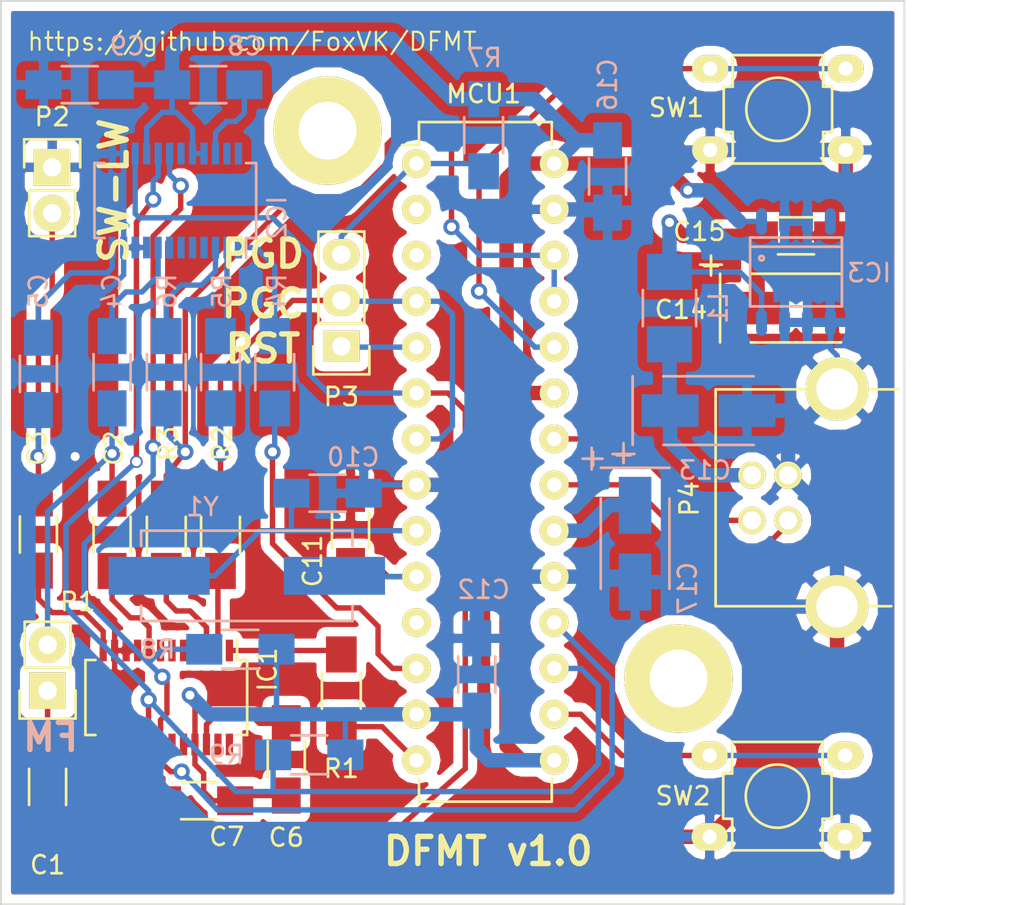
<source format=kicad_pcb>
(kicad_pcb (version 4) (host pcbnew "(2015-10-12 BZR 6264)-product")
  (title_block (title "DFMT v1.0") (date 2015-10-12) (company "VSB-TUO diploma"))
  (layers (0 F.Cu signal) (31 B.Cu signal) (36 B.SilkS user) (37 F.SilkS user) (38 B.Mask user) (39 F.Mask user) (44 Edge.Cuts user))
  (net 0 "")
  (net 1 GND)
  (net 2 "Net-(C1-Pad2)")
  (net 3 "Net-(C2-Pad1)")
  (net 4 "Net-(C2-Pad2)")
  (net 5 "Net-(C3-Pad1)")
  (net 6 "Net-(C3-Pad2)")
  (net 7 "Net-(C4-Pad2)")
  (net 8 "Net-(C5-Pad2)")
  (net 9 "Net-(C6-Pad1)")
  (net 10 VDD)
  (net 11 "Net-(C8-Pad1)")
  (net 12 "Net-(C10-Pad1)")
  (net 13 "Net-(C11-Pad1)")
  (net 14 "Net-(C13-Pad1)")
  (net 15 "Net-(C14-Pad1)")
  (net 16 "Net-(C17-Pad1)")
  (net 17 "Net-(IC1-Pad1)")
  (net 18 "Net-(IC1-Pad2)")
  (net 19 "Net-(IC1-Pad3)")
  (net 20 /RST)
  (net 21 /SCLK)
  (net 22 /SDA)
  (net 23 "Net-(IC2-Pad1)")
  (net 24 "Net-(IC2-Pad2)")
  (net 25 "Net-(IC2-Pad3)")
  (net 26 "Net-(MCU1-Pad1)")
  (net 27 "Net-(MCU1-Pad5)")
  (net 28 "Net-(MCU1-Pad16)")
  (net 29 "Net-(MCU1-Pad21)")
  (net 30 "Net-(MCU1-Pad22)")
  (net 31 "Net-(MCU1-Pad24)")
  (net 32 /DFS)
  (net 33 /DOUT_B)
  (net 34 /DOUT_A)
  (net 35 /DCLK)
  (module Capacitors_SMD:C_1206_HandSoldering (layer F.Cu) (at 75.584 210.25 90)
    (fp_text reference C1 (at -4.318 0 180) (layer F.SilkS))
    (fp_text value 100nF)
    (pad 1 smd rect (at -2 0 90) (size 2 1.6) (layers F.Cu F.Mask) (net 1 GND))
    (pad 2 smd rect (at 2 0 90) (size 2 1.6) (layers F.Cu F.Mask) (net 2 "Net-(C1-Pad2)"))
  )
  (module Capacitors_SMD:C_1206_HandSoldering (layer F.Cu) (at 79.1524 196.298 270)
    (fp_text reference C2 (at -4.798 -0.0976 270) (layer F.SilkS))
    (fp_text value 1nF)
    (pad 1 smd rect (at -2 0 270) (size 2 1.6) (layers F.Cu F.Mask) (net 3 "Net-(C2-Pad1)"))
    (pad 2 smd rect (at 2 0 270) (size 2 1.6) (layers F.Cu F.Mask) (net 4 "Net-(C2-Pad2)"))
  )
  (module Capacitors_SMD:C_1206_HandSoldering (layer F.Cu) (at 75.076 196.28 270)
    (fp_text reference C3 (at -4.78 0.076 270) (layer F.SilkS))
    (fp_text value 470nF)
    (pad 1 smd rect (at -2 0 270) (size 2 1.6) (layers F.Cu F.Mask) (net 5 "Net-(C3-Pad1)"))
    (pad 2 smd rect (at 2 0 270) (size 2 1.6) (layers F.Cu F.Mask) (net 6 "Net-(C3-Pad2)"))
  )
  (module Capacitors_SMD:C_1206_HandSoldering (layer B.Cu) (at 79.1524 187.298 90)
    (fp_text reference C4 (at 4.48 -0.0124 90) (layer B.SilkS) (effects (justify mirror)))
    (fp_text value 1nF)
    (pad 1 smd rect (at -2 0 90) (size 2 1.6) (layers B.Cu B.Mask) (net 3 "Net-(C2-Pad1)"))
    (pad 2 smd rect (at 2 0 90) (size 2 1.6) (layers B.Cu B.Mask) (net 7 "Net-(C4-Pad2)"))
  )
  (module Capacitors_SMD:C_1206_HandSoldering (layer B.Cu) (at 75.076 187.39 90)
    (fp_text reference C5 (at 4.572 0 90) (layer B.SilkS) (effects (justify mirror)))
    (fp_text value 470nF)
    (pad 1 smd rect (at -2 0 90) (size 2 1.6) (layers B.Cu B.Mask) (net 5 "Net-(C3-Pad1)"))
    (pad 2 smd rect (at 2 0 90) (size 2 1.6) (layers B.Cu B.Mask) (net 8 "Net-(C5-Pad2)"))
  )
  (module Capacitors_SMD:C_1206_HandSoldering (layer F.Cu) (at 88.792 208.726 270)
    (fp_text reference C6 (at 4.318 0 360) (layer F.SilkS))
    (fp_text value 22pF)
    (pad 1 smd rect (at -2 0 270) (size 2 1.6) (layers F.Cu F.Mask) (net 9 "Net-(C6-Pad1)"))
    (pad 2 smd rect (at 2 0 270) (size 2 1.6) (layers F.Cu F.Mask) (net 10 VDD))
  )
  (module Capacitors_SMD:C_1206_HandSoldering (layer F.Cu) (at 83.966 211.012 180)
    (fp_text reference C7 (at -1.534 -1.988 180) (layer F.SilkS))
    (fp_text value 100nF)
    (pad 1 smd rect (at -2 0 180) (size 2 1.6) (layers F.Cu F.Mask) (net 10 VDD))
    (pad 2 smd rect (at 2 0 180) (size 2 1.6) (layers F.Cu F.Mask) (net 1 GND))
  )
  (module Capacitors_SMD:C_1206_HandSoldering (layer B.Cu) (at 84.474 171.388 180)
    (fp_text reference C8 (at -2.026 2.138 180) (layer B.SilkS) (effects (justify mirror)))
    (fp_text value 22pF)
    (pad 1 smd rect (at -2 0 180) (size 2 1.6) (layers B.Cu B.Mask) (net 11 "Net-(C8-Pad1)"))
    (pad 2 smd rect (at 2 0 180) (size 2 1.6) (layers B.Cu B.Mask) (net 10 VDD))
  )
  (module Capacitors_SMD:C_1206_HandSoldering (layer B.Cu) (at 77.362 171.388 180)
    (fp_text reference C9 (at -2.638 2.138 180) (layer B.SilkS) (effects (justify mirror)))
    (fp_text value 100nF)
    (pad 1 smd rect (at -2 0 180) (size 2 1.6) (layers B.Cu B.Mask) (net 10 VDD))
    (pad 2 smd rect (at 2 0 180) (size 2 1.6) (layers B.Cu B.Mask) (net 1 GND))
  )
  (module Capacitors_SMD:C_1206_HandSoldering (layer B.Cu) (at 91.078 193.994)
    (fp_text reference C10 (at 1.422 -1.994) (layer B.SilkS) (effects (justify mirror)))
    (fp_text value 22pF)
    (pad 1 smd rect (at -2 0) (size 2 1.6) (layers B.Cu B.Mask) (net 12 "Net-(C10-Pad1)"))
    (pad 2 smd rect (at 2 0) (size 2 1.6) (layers B.Cu B.Mask) (net 1 GND))
  )
  (module Capacitors_SMD:C_1206_HandSoldering (layer F.Cu) (at 92.348 196.026 90)
    (fp_text reference C11 (at -1.724 -2.098 90) (layer F.SilkS))
    (fp_text value 22pF)
    (pad 1 smd rect (at -2 0 90) (size 2 1.6) (layers F.Cu F.Mask) (net 13 "Net-(C11-Pad1)"))
    (pad 2 smd rect (at 2 0 90) (size 2 1.6) (layers F.Cu F.Mask) (net 1 GND))
  )
  (module Capacitors_SMD:C_1206_HandSoldering (layer B.Cu) (at 99.333 204.027 90)
    (fp_text reference C12 (at 4.699 0.381 180) (layer B.SilkS) (effects (justify mirror)))
    (fp_text value 100nF)
    (pad 1 smd rect (at -2 0 90) (size 2 1.6) (layers B.Cu B.Mask) (net 10 VDD))
    (pad 2 smd rect (at 2 0 90) (size 2 1.6) (layers B.Cu B.Mask) (net 1 GND))
  )
  (module Capacitors_Tantalum_SMD:TantalC_SizeB_EIA-3528_HandSoldering (layer B.Cu) (at 112.16 189.422)
    (fp_text reference C13 (at -0.20066 3.29946) (layer B.SilkS) (effects (justify mirror)))
    (fp_text value 2.2uF)
    (fp_text user + (at -4.70154 2.4003) (layer B.SilkS) (effects (justify mirror)))
    (pad 2 smd rect (at 2.12598 0) (size 3.1496 1.80086) (layers B.Cu B.Mask) (net 1 GND))
    (pad 1 smd rect (at -2.12598 0) (size 3.1496 1.80086) (layers B.Cu B.Mask) (net 14 "Net-(C13-Pad1)"))
  )
  (module Capacitors_Tantalum_SMD:TantalC_SizeB_EIA-3528_HandSoldering (layer F.Cu) (at 117 183.75)
    (fp_text reference C14 (at -6.364 0.084) (layer F.SilkS))
    (fp_text value 2.2uF)
    (fp_text user + (at -4.70154 -2.4003) (layer F.SilkS))
    (pad 2 smd rect (at 2.12598 0) (size 3.1496 1.80086) (layers F.Cu F.Mask) (net 1 GND))
    (pad 1 smd rect (at -2.12598 0) (size 3.1496 1.80086) (layers F.Cu F.Mask) (net 15 "Net-(C14-Pad1)"))
  )
  (module Capacitors_SMD:C_1206_HandSoldering (layer F.Cu) (at 117 179.75)
    (fp_text reference C15 (at -5.348 -0.234) (layer F.SilkS))
    (fp_text value 100nF)
    (pad 1 smd rect (at -2 0) (size 2 1.6) (layers F.Cu F.Mask) (net 15 "Net-(C14-Pad1)"))
    (pad 2 smd rect (at 2 0) (size 2 1.6) (layers F.Cu F.Mask) (net 1 GND))
  )
  (module Capacitors_SMD:C_1206_HandSoldering (layer B.Cu) (at 106.572 176.468 270)
    (fp_text reference C16 (at -5.08 0 270) (layer B.SilkS) (effects (justify mirror)))
    (fp_text value 100nF)
    (pad 1 smd rect (at -2 0 270) (size 2 1.6) (layers B.Cu B.Mask) (net 10 VDD))
    (pad 2 smd rect (at 2 0 270) (size 2 1.6) (layers B.Cu B.Mask) (net 1 GND))
  )
  (module Capacitors_Tantalum_SMD:TantalC_SizeB_EIA-3528_HandSoldering (layer B.Cu) (at 108.096 196.788 270)
    (fp_text reference C17 (at 2.462 -2.904 270) (layer B.SilkS) (effects (justify mirror)))
    (fp_text value 10uF)
    (fp_text user + (at -4.70154 2.4003 270) (layer B.SilkS) (effects (justify mirror)))
    (pad 2 smd rect (at 2.12598 0 270) (size 3.1496 1.80086) (layers B.Cu B.Mask) (net 1 GND))
    (pad 1 smd rect (at -2.12598 0 270) (size 3.1496 1.80086) (layers B.Cu B.Mask) (net 16 "Net-(C17-Pad1)"))
  )
  (module Housings_SSOP:SSOP-24_3.9x8.7mm_Pitch0.635mm (layer F.Cu) (at 82.1524 205.298 270)
    (fp_text reference IC1 (at -1.548 -5.5976 270) (layer F.SilkS))
    (fp_text value SI4735-D60)
    (pad 1 smd rect (at -2.6 -3.4925 270) (size 1.2 0.4) (layers F.Cu F.Mask) (net 17 "Net-(IC1-Pad1)"))
    (pad 2 smd rect (at -2.6 -2.8575 270) (size 1.2 0.4) (layers F.Cu F.Mask) (net 18 "Net-(IC1-Pad2)"))
    (pad 3 smd rect (at -2.6 -2.2225 270) (size 1.2 0.4) (layers F.Cu F.Mask) (net 19 "Net-(IC1-Pad3)"))
    (pad 4 smd rect (at -2.6 -1.5875 270) (size 1.2 0.4) (layers F.Cu F.Mask))
    (pad 5 smd rect (at -2.6 -0.9525 270) (size 1.2 0.4) (layers F.Cu F.Mask))
    (pad 6 smd rect (at -2.6 -0.3175 270) (size 1.2 0.4) (layers F.Cu F.Mask))
    (pad 7 smd rect (at -2.6 0.3175 270) (size 1.2 0.4) (layers F.Cu F.Mask))
    (pad 8 smd rect (at -2.6 0.9525 270) (size 1.2 0.4) (layers F.Cu F.Mask) (net 4 "Net-(C2-Pad2)"))
    (pad 9 smd rect (at -2.6 1.5875 270) (size 1.2 0.4) (layers F.Cu F.Mask) (net 1 GND))
    (pad 10 smd rect (at -2.6 2.2225 270) (size 1.2 0.4) (layers F.Cu F.Mask) (net 1 GND))
    (pad 11 smd rect (at -2.6 2.8575 270) (size 1.2 0.4) (layers F.Cu F.Mask) (net 1 GND))
    (pad 12 smd rect (at -2.6 3.4925 270) (size 1.2 0.4) (layers F.Cu F.Mask) (net 6 "Net-(C3-Pad2)"))
    (pad 13 smd rect (at 2.6 3.4925 270) (size 1.2 0.4) (layers F.Cu F.Mask) (net 1 GND))
    (pad 14 smd rect (at 2.6 2.8575 270) (size 1.2 0.4) (layers F.Cu F.Mask) (net 1 GND))
    (pad 15 smd rect (at 2.6 2.2225 270) (size 1.2 0.4) (layers F.Cu F.Mask) (net 20 /RST))
    (pad 16 smd rect (at 2.6 1.5875 270) (size 1.2 0.4) (layers F.Cu F.Mask) (net 1 GND))
    (pad 17 smd rect (at 2.6 0.9525 270) (size 1.2 0.4) (layers F.Cu F.Mask) (net 21 /SCLK))
    (pad 18 smd rect (at 2.6 0.3175 270) (size 1.2 0.4) (layers F.Cu F.Mask) (net 22 /SDA))
    (pad 19 smd rect (at 2.6 -0.3175 270) (size 1.2 0.4) (layers F.Cu F.Mask))
    (pad 20 smd rect (at 2.6 -0.9525 270) (size 1.2 0.4) (layers F.Cu F.Mask) (net 10 VDD))
    (pad 21 smd rect (at 2.6 -1.5875 270) (size 1.2 0.4) (layers F.Cu F.Mask) (net 10 VDD))
    (pad 22 smd rect (at 2.6 -2.2225 270) (size 1.2 0.4) (layers F.Cu F.Mask) (net 9 "Net-(C6-Pad1)"))
    (pad 23 smd rect (at 2.6 -2.8575 270) (size 1.2 0.4) (layers F.Cu F.Mask))
    (pad 24 smd rect (at 2.6 -3.4925 270) (size 1.2 0.4) (layers F.Cu F.Mask))
  )
  (module Housings_SSOP:SSOP-24_3.9x8.7mm_Pitch0.635mm (layer B.Cu) (at 82.6524 177.798 90)
    (fp_text reference IC2 (at -0.956 5.6316 90) (layer B.SilkS) (effects (justify mirror)))
    (fp_text value SI4735-D60)
    (pad 1 smd rect (at -2.6 3.4925 90) (size 1.2 0.4) (layers B.Cu B.Mask) (net 23 "Net-(IC2-Pad1)"))
    (pad 2 smd rect (at -2.6 2.8575 90) (size 1.2 0.4) (layers B.Cu B.Mask) (net 24 "Net-(IC2-Pad2)"))
    (pad 3 smd rect (at -2.6 2.2225 90) (size 1.2 0.4) (layers B.Cu B.Mask) (net 25 "Net-(IC2-Pad3)"))
    (pad 4 smd rect (at -2.6 1.5875 90) (size 1.2 0.4) (layers B.Cu B.Mask))
    (pad 5 smd rect (at -2.6 0.9525 90) (size 1.2 0.4) (layers B.Cu B.Mask))
    (pad 6 smd rect (at -2.6 0.3175 90) (size 1.2 0.4) (layers B.Cu B.Mask))
    (pad 7 smd rect (at -2.6 -0.3175 90) (size 1.2 0.4) (layers B.Cu B.Mask))
    (pad 8 smd rect (at -2.6 -0.9525 90) (size 1.2 0.4) (layers B.Cu B.Mask) (net 7 "Net-(C4-Pad2)"))
    (pad 9 smd rect (at -2.6 -1.5875 90) (size 1.2 0.4) (layers B.Cu B.Mask) (net 1 GND))
    (pad 10 smd rect (at -2.6 -2.2225 90) (size 1.2 0.4) (layers B.Cu B.Mask) (net 1 GND))
    (pad 11 smd rect (at -2.6 -2.8575 90) (size 1.2 0.4) (layers B.Cu B.Mask) (net 1 GND))
    (pad 12 smd rect (at -2.6 -3.4925 90) (size 1.2 0.4) (layers B.Cu B.Mask) (net 8 "Net-(C5-Pad2)"))
    (pad 13 smd rect (at 2.6 -3.4925 90) (size 1.2 0.4) (layers B.Cu B.Mask) (net 1 GND))
    (pad 14 smd rect (at 2.6 -2.8575 90) (size 1.2 0.4) (layers B.Cu B.Mask) (net 1 GND))
    (pad 15 smd rect (at 2.6 -2.2225 90) (size 1.2 0.4) (layers B.Cu B.Mask) (net 20 /RST))
    (pad 16 smd rect (at 2.6 -1.5875 90) (size 1.2 0.4) (layers B.Cu B.Mask) (net 10 VDD))
    (pad 17 smd rect (at 2.6 -0.9525 90) (size 1.2 0.4) (layers B.Cu B.Mask) (net 21 /SCLK))
    (pad 18 smd rect (at 2.6 -0.3175 90) (size 1.2 0.4) (layers B.Cu B.Mask) (net 22 /SDA))
    (pad 19 smd rect (at 2.6 0.3175 90) (size 1.2 0.4) (layers B.Cu B.Mask))
    (pad 20 smd rect (at 2.6 0.9525 90) (size 1.2 0.4) (layers B.Cu B.Mask) (net 10 VDD))
    (pad 21 smd rect (at 2.6 1.5875 90) (size 1.2 0.4) (layers B.Cu B.Mask) (net 10 VDD))
    (pad 22 smd rect (at 2.6 2.2225 90) (size 1.2 0.4) (layers B.Cu B.Mask) (net 11 "Net-(C8-Pad1)"))
    (pad 23 smd rect (at 2.6 2.8575 90) (size 1.2 0.4) (layers B.Cu B.Mask))
    (pad 24 smd rect (at 2.6 3.4925 90) (size 1.2 0.4) (layers B.Cu B.Mask))
  )
  (module Power_Integrations:SO-8 (layer B.Cu) (at 117 181.75)
    (fp_text reference IC3 (at 4.05 0.052) (layer B.SilkS) (effects (justify mirror)))
    (fp_text value LE33-SMT)
    (pad 1 smd oval (at -1.905 -2.794) (size 0.6096 1.4732) (layers B.Cu B.Mask) (net 10 VDD))
    (pad 2 smd oval (at -0.635 -2.794) (size 0.6096 1.4732) (layers B.Cu B.Mask) (net 1 GND))
    (pad 3 smd oval (at 0.635 -2.794) (size 0.6096 1.4732) (layers B.Cu B.Mask) (net 1 GND))
    (pad 4 smd oval (at 1.905 -2.794) (size 0.6096 1.4732) (layers B.Cu B.Mask))
    (pad 5 smd oval (at 1.905 2.794) (size 0.6096 1.4732) (layers B.Cu B.Mask) (net 1 GND))
    (pad 6 smd oval (at 0.635 2.794) (size 0.6096 1.4732) (layers B.Cu B.Mask) (net 1 GND))
    (pad 7 smd oval (at -0.635 2.794) (size 0.6096 1.4732) (layers B.Cu B.Mask) (net 1 GND))
    (pad 8 smd oval (at -1.905 2.794) (size 0.6096 1.4732) (layers B.Cu B.Mask) (net 15 "Net-(C14-Pad1)"))
  )
  (module Resistors_SMD:R_1210_HandSoldering (layer B.Cu) (at 110 183.75 90)
    (fp_text reference L1 (at 0 2.7 90) (layer B.SilkS) (effects (justify mirror)))
    (fp_text value 10uH)
    (pad 1 smd rect (at -2 0 90) (size 2 2.5) (layers B.Cu B.Mask) (net 14 "Net-(C13-Pad1)"))
    (pad 2 smd rect (at 2 0 90) (size 2 2.5) (layers B.Cu B.Mask) (net 15 "Net-(C14-Pad1)"))
  )
  (module Housings_DIP:DIP-28_W7.62mm (layer F.Cu) (at 96 175.75)
    (fp_text reference MCU1 (at 3.714 -3.854) (layer F.SilkS))
    (fp_text value PIC32MX220F032B)
    (pad 1 thru_hole oval (at 0 0) (size 1.6 1.6) (drill 0.8) (layers *.Cu *.Mask F.SilkS) (net 26 "Net-(MCU1-Pad1)"))
    (pad 2 thru_hole oval (at 0 2.54) (size 1.6 1.6) (drill 0.8) (layers *.Cu *.Mask F.SilkS))
    (pad 3 thru_hole oval (at 0 5.08) (size 1.6 1.6) (drill 0.8) (layers *.Cu *.Mask F.SilkS))
    (pad 4 thru_hole oval (at 0 7.62) (size 1.6 1.6) (drill 0.8) (layers *.Cu *.Mask F.SilkS) (net 32 /DFS))
    (pad 5 thru_hole oval (at 0 10.16) (size 1.6 1.6) (drill 0.8) (layers *.Cu *.Mask F.SilkS) (net 27 "Net-(MCU1-Pad5)"))
    (pad 6 thru_hole oval (at 0 12.7) (size 1.6 1.6) (drill 0.8) (layers *.Cu *.Mask F.SilkS) (net 20 /RST))
    (pad 7 thru_hole oval (at 0 15.24) (size 1.6 1.6) (drill 0.8) (layers *.Cu *.Mask F.SilkS) (net 32 /DFS))
    (pad 8 thru_hole oval (at 0 17.78) (size 1.6 1.6) (drill 0.8) (layers *.Cu *.Mask F.SilkS) (net 1 GND))
    (pad 9 thru_hole oval (at 0 20.32) (size 1.6 1.6) (drill 0.8) (layers *.Cu *.Mask F.SilkS) (net 12 "Net-(C10-Pad1)"))
    (pad 10 thru_hole oval (at 0 22.86) (size 1.6 1.6) (drill 0.8) (layers *.Cu *.Mask F.SilkS) (net 13 "Net-(C11-Pad1)"))
    (pad 11 thru_hole oval (at 0 25.4) (size 1.6 1.6) (drill 0.8) (layers *.Cu *.Mask F.SilkS))
    (pad 12 thru_hole oval (at 0 27.94) (size 1.6 1.6) (drill 0.8) (layers *.Cu *.Mask F.SilkS) (net 33 /DOUT_B))
    (pad 13 thru_hole oval (at 0 30.48) (size 1.6 1.6) (drill 0.8) (layers *.Cu *.Mask F.SilkS) (net 10 VDD))
    (pad 14 thru_hole oval (at 0 33.02) (size 1.6 1.6) (drill 0.8) (layers *.Cu *.Mask F.SilkS) (net 34 /DOUT_A))
    (pad 15 thru_hole oval (at 7.62 33.02) (size 1.6 1.6) (drill 0.8) (layers *.Cu *.Mask F.SilkS) (net 10 VDD))
    (pad 16 thru_hole oval (at 7.62 30.48) (size 1.6 1.6) (drill 0.8) (layers *.Cu *.Mask F.SilkS) (net 28 "Net-(MCU1-Pad16)"))
    (pad 17 thru_hole oval (at 7.62 27.94) (size 1.6 1.6) (drill 0.8) (layers *.Cu *.Mask F.SilkS) (net 21 /SCLK))
    (pad 18 thru_hole oval (at 7.62 25.4) (size 1.6 1.6) (drill 0.8) (layers *.Cu *.Mask F.SilkS) (net 22 /SDA))
    (pad 19 thru_hole oval (at 7.62 22.86) (size 1.6 1.6) (drill 0.8) (layers *.Cu *.Mask F.SilkS) (net 1 GND))
    (pad 20 thru_hole oval (at 7.62 20.32) (size 1.6 1.6) (drill 0.8) (layers *.Cu *.Mask F.SilkS) (net 16 "Net-(C17-Pad1)"))
    (pad 21 thru_hole oval (at 7.62 17.78) (size 1.6 1.6) (drill 0.8) (layers *.Cu *.Mask F.SilkS) (net 29 "Net-(MCU1-Pad21)"))
    (pad 22 thru_hole oval (at 7.62 15.24) (size 1.6 1.6) (drill 0.8) (layers *.Cu *.Mask F.SilkS) (net 30 "Net-(MCU1-Pad22)"))
    (pad 23 thru_hole oval (at 7.62 12.7) (size 1.6 1.6) (drill 0.8) (layers *.Cu *.Mask F.SilkS) (net 10 VDD))
    (pad 24 thru_hole oval (at 7.62 10.16) (size 1.6 1.6) (drill 0.8) (layers *.Cu *.Mask F.SilkS) (net 31 "Net-(MCU1-Pad24)"))
    (pad 25 thru_hole oval (at 7.62 7.62) (size 1.6 1.6) (drill 0.8) (layers *.Cu *.Mask F.SilkS) (net 35 /DCLK))
    (pad 26 thru_hole oval (at 7.62 5.08) (size 1.6 1.6) (drill 0.8) (layers *.Cu *.Mask F.SilkS) (net 35 /DCLK))
    (pad 27 thru_hole oval (at 7.62 2.54) (size 1.6 1.6) (drill 0.8) (layers *.Cu *.Mask F.SilkS) (net 1 GND))
    (pad 28 thru_hole oval (at 7.62 0) (size 1.6 1.6) (drill 0.8) (layers *.Cu *.Mask F.SilkS) (net 10 VDD))
  )
  (module Pin_Headers:Pin_Header_Straight_1x02 (layer F.Cu) (at 75.584 204.916 180)
    (fp_text reference P1 (at -1.666 4.916 180) (layer F.SilkS))
    (fp_text value "FM ANT")
    (pad 1 thru_hole rect (at 0 0 180) (size 2.032 2.032) (drill 1.016) (layers *.Cu *.Mask F.SilkS) (net 2 "Net-(C1-Pad2)"))
    (pad 2 thru_hole oval (at 0 2.54 180) (size 2.032 2.032) (drill 1.016) (layers *.Cu *.Mask F.SilkS) (net 3 "Net-(C2-Pad1)"))
  )
  (module Pin_Headers:Pin_Header_Straight_1x02 (layer F.Cu) (at 75.838 175.96)
    (fp_text reference P2 (at 0 -2.794) (layer F.SilkS))
    (fp_text value "AM ANT")
    (pad 1 thru_hole rect (at 0 0) (size 2.032 2.032) (drill 1.016) (layers *.Cu *.Mask F.SilkS) (net 1 GND))
    (pad 2 thru_hole oval (at 0 2.54) (size 2.032 2.032) (drill 1.016) (layers *.Cu *.Mask F.SilkS) (net 5 "Net-(C3-Pad1)"))
  )
  (module Pin_Headers:Pin_Header_Straight_1x03 (layer F.Cu) (at 91.84 185.866 180)
    (fp_text reference P3 (at 0 -2.794 180) (layer F.SilkS))
    (fp_text value PROG)
    (pad 1 thru_hole rect (at 0 0 180) (size 2.032 1.7272) (drill 1.016) (layers *.Cu *.Mask F.SilkS) (net 27 "Net-(MCU1-Pad5)"))
    (pad 2 thru_hole oval (at 0 2.54 180) (size 2.032 1.7272) (drill 1.016) (layers *.Cu *.Mask F.SilkS) (net 32 /DFS))
    (pad 3 thru_hole oval (at 0 5.08 180) (size 2.032 1.7272) (drill 1.016) (layers *.Cu *.Mask F.SilkS) (net 26 "Net-(MCU1-Pad1)"))
  )
  (module Resistors_SMD:R_1206_HandSoldering (layer F.Cu) (at 91.84 204.916 270)
    (fp_text reference R1 (at 4.318 0 360) (layer F.SilkS))
    (fp_text value 5R6)
    (pad 1 smd rect (at -2 0 270) (size 2 1.7) (layers F.Cu F.Mask) (net 17 "Net-(IC1-Pad1)"))
    (pad 2 smd rect (at 2 0 270) (size 2 1.7) (layers F.Cu F.Mask) (net 34 /DOUT_A))
  )
  (module Resistors_SMD:R_1206_HandSoldering (layer F.Cu) (at 85.1524 196.298 90)
    (fp_text reference R2 (at 5.048 0.0976 90) (layer F.SilkS))
    (fp_text value 2k2)
    (pad 1 smd rect (at -2 0 90) (size 2 1.7) (layers F.Cu F.Mask) (net 18 "Net-(IC1-Pad2)"))
    (pad 2 smd rect (at 2 0 90) (size 2 1.7) (layers F.Cu F.Mask) (net 32 /DFS))
  )
  (module Resistors_SMD:R_1206_HandSoldering (layer F.Cu) (at 82.1524 196.298 90)
    (fp_text reference R3 (at 5.048 0.0976 90) (layer F.SilkS))
    (fp_text value 2k2)
    (pad 1 smd rect (at -2 0 90) (size 2 1.7) (layers F.Cu F.Mask) (net 19 "Net-(IC1-Pad3)"))
    (pad 2 smd rect (at 2 0 90) (size 2 1.7) (layers F.Cu F.Mask) (net 35 /DCLK))
  )
  (module Resistors_SMD:R_1206_HandSoldering (layer B.Cu) (at 88.1524 187.298 270)
    (fp_text reference R4 (at -4.48 -0.1316 270) (layer B.SilkS) (effects (justify mirror)))
    (fp_text value 5R6)
    (pad 1 smd rect (at -2 0 270) (size 2 1.7) (layers B.Cu B.Mask) (net 23 "Net-(IC2-Pad1)"))
    (pad 2 smd rect (at 2 0 270) (size 2 1.7) (layers B.Cu B.Mask) (net 33 /DOUT_B))
  )
  (module Resistors_SMD:R_1206_HandSoldering (layer B.Cu) (at 85.1524 187.298 270)
    (fp_text reference R5 (at -4.48 -0.0836 270) (layer B.SilkS) (effects (justify mirror)))
    (fp_text value 2k2)
    (pad 1 smd rect (at -2 0 270) (size 2 1.7) (layers B.Cu B.Mask) (net 24 "Net-(IC2-Pad2)"))
    (pad 2 smd rect (at 2 0 270) (size 2 1.7) (layers B.Cu B.Mask) (net 32 /DFS))
  )
  (module Resistors_SMD:R_1206_HandSoldering (layer B.Cu) (at 82.1524 187.298 270)
    (fp_text reference R6 (at -4.48 -0.0356 270) (layer B.SilkS) (effects (justify mirror)))
    (fp_text value 2k2)
    (pad 1 smd rect (at -2 0 270) (size 2 1.7) (layers B.Cu B.Mask) (net 25 "Net-(IC2-Pad3)"))
    (pad 2 smd rect (at 2 0 270) (size 2 1.7) (layers B.Cu B.Mask) (net 35 /DCLK))
  )
  (module Resistors_SMD:R_1206_HandSoldering (layer B.Cu) (at 99.714 174.182 270)
    (fp_text reference R7 (at -4.282 -0.036 360) (layer B.SilkS) (effects (justify mirror)))
    (fp_text value 4k7)
    (pad 1 smd rect (at -2 0 270) (size 2 1.7) (layers B.Cu B.Mask) (net 10 VDD))
    (pad 2 smd rect (at 2 0 270) (size 2 1.7) (layers B.Cu B.Mask) (net 26 "Net-(MCU1-Pad1)"))
  )
  (module Resistors_SMD:R_1206_HandSoldering (layer B.Cu) (at 86.252 202.63 180)
    (fp_text reference R8 (at 4.572 0 180) (layer B.SilkS) (effects (justify mirror)))
    (fp_text value 4k7)
    (pad 1 smd rect (at -2 0 180) (size 2 1.7) (layers B.Cu B.Mask) (net 10 VDD))
    (pad 2 smd rect (at 2 0 180) (size 2 1.7) (layers B.Cu B.Mask) (net 22 /SDA))
  )
  (module Resistors_SMD:R_1206_HandSoldering (layer B.Cu) (at 90.062 208.472 180)
    (fp_text reference R9 (at 4.572 0 180) (layer B.SilkS) (effects (justify mirror)))
    (fp_text value 4k7)
    (pad 1 smd rect (at -2 0 180) (size 2 1.7) (layers B.Cu B.Mask) (net 10 VDD))
    (pad 2 smd rect (at 2 0 180) (size 2 1.7) (layers B.Cu B.Mask) (net 21 /SCLK))
  )
  (module dfmt:button-TACT (layer F.Cu) (at 116 172.75 180)
    (fp_text reference SW1 (at 5.618 0.092 360) (layer F.SilkS))
    (fp_text value UP)
    (pad 1 thru_hole oval (at 3.75 2.25 270) (size 1.524 2) (drill 0.8) (layers *.Cu *.Mask F.SilkS) (net 31 "Net-(MCU1-Pad24)"))
    (pad 2 thru_hole oval (at 3.75 -2.25 270) (size 1.524 2) (drill 0.8) (layers *.Cu *.Mask F.SilkS) (net 1 GND))
    (pad 2 thru_hole oval (at -3.75 -2.25 270) (size 1.524 2) (drill 0.8) (layers *.Cu *.Mask F.SilkS) (net 1 GND))
    (pad 1 thru_hole oval (at -3.75 2.25 270) (size 1.524 2) (drill 0.8) (layers *.Cu *.Mask F.SilkS) (net 31 "Net-(MCU1-Pad24)"))
  )
  (module dfmt:button-TACT (layer F.Cu) (at 115.97 210.758 180)
    (fp_text reference SW2 (at 5.22 0.008 360) (layer F.SilkS))
    (fp_text value DOWN)
    (pad 1 thru_hole oval (at 3.75 2.25 270) (size 1.524 2) (drill 0.8) (layers *.Cu *.Mask F.SilkS) (net 28 "Net-(MCU1-Pad16)"))
    (pad 2 thru_hole oval (at 3.75 -2.25 270) (size 1.524 2) (drill 0.8) (layers *.Cu *.Mask F.SilkS) (net 1 GND))
    (pad 2 thru_hole oval (at -3.75 -2.25 270) (size 1.524 2) (drill 0.8) (layers *.Cu *.Mask F.SilkS) (net 1 GND))
    (pad 1 thru_hole oval (at -3.75 2.25 270) (size 1.524 2) (drill 0.8) (layers *.Cu *.Mask F.SilkS) (net 28 "Net-(MCU1-Pad16)"))
  )
  (module Crystals:Crystal_HC49-SD_SMD (layer B.Cu) (at 86.6076 198.566)
    (fp_text reference Y1 (at -2.4576 -3.816) (layer B.SilkS) (effects (justify mirror)))
    (fp_text value 8MHz)
    (pad 1 smd rect (at -4.84886 0) (size 5.6007 2.10058) (layers B.Cu B.Mask) (net 12 "Net-(C10-Pad1)"))
    (pad 2 smd rect (at 4.84886 0) (size 5.6007 2.10058) (layers B.Cu B.Mask) (net 13 "Net-(C11-Pad1)"))
  )
  (module dfmt:MountHole_3.2mm (layer F.Cu) (at 110.636 204.408)
    (fp_text reference "" hide)
    (fp_text value "")
    (pad 1 thru_hole circle (at -0.136 -0.158) (size 5.99948 5.99948) (drill 3.2) (layers *.Cu *.Mask F.SilkS))
  )
  (module dfmt:MountHole_3.2mm (layer F.Cu) (at 91.078 173.928)
    (fp_text reference "" hide)
    (fp_text value "")
    (pad 1 thru_hole circle (at 0 0) (size 5.99948 5.99948) (drill 3.2) (layers *.Cu *.Mask F.SilkS))
  )
  (module dfmt:USB20_B_F_molex_tht_kink_cuted (layer F.Cu) (at 119.272 194.248)
    (fp_text reference P4 (at -8.172 0.052 90) (layer F.SilkS))
    (fp_text value USB_B)
    (pad 5 thru_hole circle (at 0 -6.02) (size 3.5 3.5) (drill 2.3) (layers *.Cu *.Mask F.SilkS) (net 1 GND))
    (pad 4 thru_hole circle (at -2.71 -1.25) (size 1.524 1.524) (drill 1) (layers *.Cu *.Mask F.SilkS) (net 1 GND))
    (pad 1 thru_hole circle (at -4.71 -1.25) (size 1.524 1.524) (drill 1) (layers *.Cu *.Mask F.SilkS) (net 14 "Net-(C13-Pad1)"))
    (pad 2 thru_hole circle (at -4.71 1.25) (size 1.524 1.524) (drill 1) (layers *.Cu *.Mask F.SilkS) (net 30 "Net-(MCU1-Pad22)"))
    (pad 3 thru_hole circle (at -2.71 1.25) (size 1.524 1.524) (drill 1) (layers *.Cu *.Mask F.SilkS) (net 29 "Net-(MCU1-Pad21)"))
    (pad 5 thru_hole circle (at 0 6.02) (size 3.5 3.5) (drill 2.3) (layers *.Cu *.Mask F.SilkS) (net 1 GND))
  )
  (gr_text https://github.com/FoxVK/DFMT (at 86.9 169) (layer F.SilkS) (effects (font (size 1 1) (thickness 0.12))))
  (gr_text RST (at 87.5 186) (layer F.SilkS) (effects (font (size 1.5 1.5) (thickness 0.3))))
  (gr_text PGC (at 87.5 183.5) (layer F.SilkS) (effects (font (size 1.5 1.5) (thickness 0.3))))
  (gr_text PGD (at 87.5 180.75) (layer F.SilkS) (effects (font (size 1.5 1.5) (thickness 0.3))))
  (gr_text SW-LW (at 79.25 177.25 90) (layer F.SilkS) (effects (font (size 1.5 1.5) (thickness 0.3))))
  (gr_text FM (at 75.75 207.5) (layer B.SilkS) (effects (font (size 1.5 1.5) (thickness 0.3)) (justify mirror)))
  (gr_text "DFMT v1.0" (at 99.968 213.806) (layer F.SilkS) (effects (font (size 1.5 1.5) (thickness 0.3))))
  (gr_line (start 73 166.75) (end 73 216.75) (angle 90) (layer Edge.Cuts) (width 0.1))
  (gr_line (start 123 166.75) (end 73 166.75) (angle 90) (layer Edge.Cuts) (width 0.1))
  (gr_line (start 123 186.75) (end 123 166.75) (angle 90) (layer Edge.Cuts) (width 0.1))
  (gr_line (start 123 216.75) (end 123 186.75) (angle 90) (layer Edge.Cuts) (width 0.1))
  (gr_line (start 73 216.75) (end 123 216.75) (angle 90) (layer Edge.Cuts) (width 0.1))
  (segment (start 119.272 200.268) (end 119.272 204.662) (width 0.8) (layer F.Cu) (net 1))
  (segment (start 115.716 209.512) (end 112.22 213.008) (width 0.8) (layer F.Cu) (net 1))
  (segment (start 115.716 208.218) (end 115.716 209.512) (width 0.8) (layer F.Cu) (net 1))
  (segment (start 119.272 204.662) (end 115.716 208.218) (width 0.8) (layer F.Cu) (net 1))
  (segment (start 119.272 200.268) (end 115.132 200.268) (width 0.8) (layer B.Cu) (net 1))
  (segment (start 113.77798 198.91398) (end 108.096 198.91398) (width 0.8) (layer B.Cu) (net 1))
  (segment (start 115.132 200.268) (end 113.77798 198.91398) (width 0.8) (layer B.Cu) (net 1))
  (segment (start 103.62 198.61) (end 107.79202 198.61) (width 0.8) (layer B.Cu) (net 1))
  (segment (start 107.79202 198.61) (end 108.096 198.91398) (width 0.8) (layer B.Cu) (net 1))
  (segment (start 114.28598 189.422) (end 116.986 189.422) (width 0.8) (layer B.Cu) (net 1))
  (segment (start 116.986 189.422) (end 117.532 189.968) (width 0.8) (layer B.Cu) (net 1))
  (segment (start 96 193.53) (end 94.59 193.53) (width 0.3) (layer F.Cu) (net 1))
  (segment (start 94.094 194.026) (end 92.348 194.026) (width 0.3) (layer F.Cu) (net 1))
  (segment (start 94.59 193.53) (end 94.094 194.026) (width 0.3) (layer F.Cu) (net 1))
  (segment (start 79.7949 180.398) (end 79.7949 181.9091) (width 0.3) (layer B.Cu) (net 1))
  (segment (start 79.2949 201.0069) (end 79.2949 202.698) (width 0.3) (layer F.Cu) (net 1))
  (segment (start 78.124 199.836) (end 79.2949 201.0069) (width 0.3) (layer F.Cu) (net 1))
  (segment (start 77.616 199.836) (end 78.124 199.836) (width 0.3) (layer F.Cu) (net 1))
  (segment (start 77.108 199.328) (end 77.616 199.836) (width 0.3) (layer F.Cu) (net 1))
  (segment (start 77.108 191.962) (end 77.108 199.328) (width 0.8) (layer F.Cu) (net 1))
  (via (at 77.108 191.962) (size 0.9) (drill 0.5) (layers F.Cu B.Cu) (net 1))
  (segment (start 77.108 183.58) (end 77.108 191.962) (width 0.8) (layer B.Cu) (net 1))
  (segment (start 77.87 182.818) (end 77.108 183.58) (width 0.8) (layer B.Cu) (net 1))
  (segment (start 78.886 182.818) (end 77.87 182.818) (width 0.3) (layer B.Cu) (net 1))
  (segment (start 79.7949 181.9091) (end 78.886 182.818) (width 0.3) (layer B.Cu) (net 1))
  (segment (start 75.584 212.25) (end 78.092 212.25) (width 0.3) (layer F.Cu) (net 1))
  (segment (start 78.092 212.25) (end 78.124 212.282) (width 0.3) (layer F.Cu) (net 1))
  (segment (start 78.6599 207.898) (end 78.6599 209.2061) (width 0.3) (layer F.Cu) (net 1))
  (segment (start 101.02 213.008) (end 112.22 213.008) (width 0.8) (layer F.Cu) (net 1))
  (segment (start 99.206 214.822) (end 101.02 213.008) (width 0.8) (layer F.Cu) (net 1))
  (segment (start 80.664 214.822) (end 99.206 214.822) (width 0.8) (layer F.Cu) (net 1))
  (segment (start 78.124 212.282) (end 80.664 214.822) (width 0.8) (layer F.Cu) (net 1))
  (segment (start 78.124 209.742) (end 78.124 212.282) (width 0.8) (layer F.Cu) (net 1))
  (segment (start 78.6599 209.2061) (end 78.124 209.742) (width 0.3) (layer F.Cu) (net 1))
  (segment (start 75.838 175.96) (end 75.838 173.928) (width 0.3) (layer B.Cu) (net 1))
  (segment (start 75.362 173.452) (end 75.362 171.388) (width 0.3) (layer B.Cu) (net 1))
  (segment (start 75.838 173.928) (end 75.362 173.452) (width 0.3) (layer B.Cu) (net 1))
  (segment (start 80.5649 207.898) (end 80.5649 209.1349) (width 0.3) (layer F.Cu) (net 1))
  (segment (start 81.966 209.774) (end 81.966 211.012) (width 0.3) (layer F.Cu) (net 1))
  (segment (start 81.68 209.488) (end 81.966 209.774) (width 0.3) (layer F.Cu) (net 1))
  (segment (start 80.918 209.488) (end 81.68 209.488) (width 0.3) (layer F.Cu) (net 1))
  (segment (start 80.5649 209.1349) (end 80.918 209.488) (width 0.3) (layer F.Cu) (net 1))
  (segment (start 119 183.62402) (end 119.12598 183.75) (width 0.3) (layer F.Cu) (net 1))
  (segment (start 117.635 178.956) (end 117.621 178.942) (width 0.3) (layer B.Cu) (net 1))
  (segment (start 116.365 178.956) (end 117.635 178.956) (width 0.3) (layer B.Cu) (net 1))
  (segment (start 117.635 178.956) (end 117.635 184.544) (width 0.3) (layer B.Cu) (net 1))
  (segment (start 116.365 184.544) (end 117.635 184.544) (width 0.3) (layer B.Cu) (net 1))
  (segment (start 117.635 184.544) (end 118.905 184.544) (width 0.3) (layer B.Cu) (net 1))
  (segment (start 119.12598 179.87598) (end 119 179.75) (width 0.8) (layer F.Cu) (net 1))
  (segment (start 119.12598 183.75) (end 119.12598 179.87598) (width 0.8) (layer F.Cu) (net 1))
  (segment (start 96 193.53) (end 95.44 193.53) (width 0.3) (layer F.Cu) (net 1))
  (segment (start 103.798 178.468) (end 103.62 178.29) (width 0.3) (layer B.Cu) (net 1))
  (segment (start 106.394 178.29) (end 106.572 178.468) (width 0.3) (layer B.Cu) (net 1))
  (segment (start 106.394 178.29) (end 106.572 178.468) (width 0.3) (layer B.Cu) (net 1))
  (segment (start 99.377 198.61) (end 99.333 198.654) (width 0.8) (layer B.Cu) (net 1))
  (segment (start 99.333 198.654) (end 99.333 202.027) (width 0.8) (layer B.Cu) (net 1))
  (segment (start 103.62 198.61) (end 99.377 198.61) (width 0.8) (layer B.Cu) (net 1))
  (segment (start 106.394 178.29) (end 106.572 178.468) (width 0.8) (layer B.Cu) (net 1))
  (segment (start 103.62 178.29) (end 106.394 178.29) (width 0.8) (layer B.Cu) (net 1))
  (segment (start 108.128 178.468) (end 106.572 178.468) (width 0.8) (layer B.Cu) (net 1))
  (segment (start 111.596 175) (end 108.128 178.468) (width 0.8) (layer B.Cu) (net 1))
  (segment (start 112.25 175) (end 111.596 175) (width 0.8) (layer B.Cu) (net 1))
  (segment (start 116.351 175) (end 119.75 175) (width 0.8) (layer B.Cu) (net 1))
  (segment (start 112.25 175) (end 116.351 175) (width 0.8) (layer B.Cu) (net 1))
  (segment (start 116.351 177.357) (end 116.365 177.371) (width 0.3) (layer B.Cu) (net 1))
  (segment (start 116.365 177.371) (end 116.365 178.956) (width 0.3) (layer B.Cu) (net 1))
  (segment (start 116.351 175) (end 116.351 177.357) (width 0.8) (layer B.Cu) (net 1))
  (segment (start 119 177.629) (end 119.75 176.879) (width 0.8) (layer F.Cu) (net 1))
  (segment (start 119.75 176.879) (end 119.75 175) (width 0.8) (layer F.Cu) (net 1))
  (segment (start 119 179.75) (end 119 177.629) (width 0.8) (layer F.Cu) (net 1))
  (segment (start 99.377 194.292) (end 99.377 198.61) (width 0.8) (layer B.Cu) (net 1))
  (segment (start 98.615 193.53) (end 99.377 194.292) (width 0.8) (layer B.Cu) (net 1))
  (segment (start 96 193.53) (end 98.615 193.53) (width 0.8) (layer B.Cu) (net 1))
  (segment (start 95.956 193.486) (end 96 193.53) (width 0.3) (layer B.Cu) (net 1))
  (segment (start 93.542 193.53) (end 93.078 193.994) (width 0.3) (layer B.Cu) (net 1))
  (segment (start 96 193.53) (end 93.542 193.53) (width 0.3) (layer B.Cu) (net 1))
  (segment (start 78.6599 207.898) (end 79.2949 207.898) (width 0.3) (layer F.Cu) (net 1))
  (segment (start 80.156 206.186) (end 80.5649 206.5949) (width 0.3) (layer F.Cu) (net 1))
  (segment (start 79.394 206.186) (end 80.156 206.186) (width 0.3) (layer F.Cu) (net 1))
  (segment (start 79.2949 206.2851) (end 79.394 206.186) (width 0.3) (layer F.Cu) (net 1))
  (segment (start 80.5649 206.5949) (end 80.5649 207.898) (width 0.3) (layer F.Cu) (net 1))
  (segment (start 79.2949 207.898) (end 79.2949 206.2851) (width 0.3) (layer F.Cu) (net 1))
  (segment (start 79.2949 202.698) (end 79.9299 202.698) (width 0.3) (layer F.Cu) (net 1))
  (segment (start 80.5649 202.698) (end 79.9299 202.698) (width 0.3) (layer F.Cu) (net 1))
  (segment (start 79.2949 202.698) (end 79.2949 206.2851) (width 0.3) (layer F.Cu) (net 1))
  (segment (start 77.362 175.96) (end 78.124 175.198) (width 0.3) (layer B.Cu) (net 1))
  (segment (start 78.124 175.198) (end 79.1599 175.198) (width 0.3) (layer B.Cu) (net 1))
  (segment (start 75.838 175.96) (end 77.362 175.96) (width 0.3) (layer B.Cu) (net 1))
  (segment (start 79.7949 175.198) (end 79.7949 180.398) (width 0.3) (layer B.Cu) (net 1))
  (segment (start 79.1599 175.198) (end 79.7949 175.198) (width 0.3) (layer B.Cu) (net 1))
  (segment (start 80.4299 180.398) (end 81.0649 180.398) (width 0.3) (layer B.Cu) (net 1))
  (segment (start 79.7949 180.398) (end 80.4299 180.398) (width 0.3) (layer B.Cu) (net 1))
  (segment (start 119.72 213.008) (end 112.22 213.008) (width 0.3) (layer B.Cu) (net 1))
  (segment (start 116.562 190.938) (end 117.532 189.968) (width 0.8) (layer B.Cu) (net 1))
  (segment (start 117.532 189.968) (end 119.272 188.228) (width 0.8) (layer B.Cu) (net 1))
  (segment (start 116.562 192.998) (end 116.562 190.938) (width 0.8) (layer B.Cu) (net 1))
  (segment (start 119.272 195.708) (end 116.562 192.998) (width 0.8) (layer B.Cu) (net 1))
  (segment (start 119.272 200.268) (end 119.272 195.708) (width 0.8) (layer B.Cu) (net 1))
  (segment (start 119.272 188.228) (end 119.272 188.152) (width 0.8) (layer B.Cu) (net 1))
  (segment (start 118.905 186.007) (end 119.272 186.374) (width 0.3) (layer B.Cu) (net 1))
  (segment (start 119.272 186.374) (end 119.272 188.228) (width 0.3) (layer B.Cu) (net 1))
  (segment (start 118.905 184.544) (end 118.905 186.007) (width 0.3) (layer B.Cu) (net 1))
  (segment (start 75.584 208.25) (end 75.584 204.916) (width 0.3) (layer F.Cu) (net 2))
  (segment (start 75.584 202.376) (end 75.584 195.01) (width 0.3) (layer B.Cu) (net 3))
  (segment (start 79.1524 191.798) (end 79.1524 191.798) (width 0.3) (layer B.Cu) (net 3))
  (segment (start 75.584 195.01) (end 79.1524 191.798) (width 0.3) (layer B.Cu) (net 3))
  (via (at 79.1524 191.798) (size 0.9) (drill 0.5) (layers F.Cu B.Cu) (net 3))
  (segment (start 79.1524 191.798) (end 79.1524 194.298) (width 0.3) (layer F.Cu) (net 3))
  (segment (start 79.1524 189.298) (end 79.1524 191.798) (width 0.3) (layer B.Cu) (net 3))
  (segment (start 79.1524 199.873) (end 80.1704 200.891) (width 0.3) (layer F.Cu) (net 4))
  (segment (start 80.1704 200.891) (end 80.6784 200.891) (width 0.3) (layer F.Cu) (net 4))
  (segment (start 80.6784 200.891) (end 81.1999 201.4125) (width 0.3) (layer F.Cu) (net 4))
  (segment (start 81.1999 201.4125) (end 81.1999 202.698) (width 0.3) (layer F.Cu) (net 4))
  (segment (start 79.1524 198.298) (end 79.1524 199.873) (width 0.3) (layer F.Cu) (net 4))
  (segment (start 75.838 178.5) (end 75.838 182.818) (width 0.3) (layer F.Cu) (net 5))
  (segment (start 75.076 183.58) (end 75.076 191.962) (width 0.3) (layer F.Cu) (net 5))
  (segment (start 75.838 182.818) (end 75.076 183.58) (width 0.3) (layer F.Cu) (net 5))
  (segment (start 75.076 189.39) (end 75.076 191.962) (width 0.3) (layer B.Cu) (net 5))
  (segment (start 75.076 191.962) (end 75.076 194.28) (width 0.3) (layer F.Cu) (net 5))
  (via (at 75.076 191.962) (size 0.9) (drill 0.5) (layers F.Cu B.Cu) (net 5))
  (segment (start 75.076 198.28) (end 75.076 199.836) (width 0.3) (layer F.Cu) (net 6))
  (segment (start 78.6599 201.6419) (end 78.6599 202.698) (width 0.3) (layer F.Cu) (net 6))
  (segment (start 77.616 200.598) (end 78.6599 201.6419) (width 0.3) (layer F.Cu) (net 6))
  (segment (start 75.838 200.598) (end 77.616 200.598) (width 0.3) (layer F.Cu) (net 6))
  (segment (start 75.076 199.836) (end 75.838 200.598) (width 0.3) (layer F.Cu) (net 6))
  (segment (start 79.1524 183.621) (end 79.9164 182.857) (width 0.3) (layer B.Cu) (net 7))
  (segment (start 79.9164 182.857) (end 80.8054 182.857) (width 0.3) (layer B.Cu) (net 7))
  (segment (start 80.8054 182.857) (end 81.6999 181.9625) (width 0.3) (layer B.Cu) (net 7))
  (segment (start 81.6999 181.9625) (end 81.6999 180.398) (width 0.3) (layer B.Cu) (net 7))
  (segment (start 79.1524 185.298) (end 79.1524 183.621) (width 0.3) (layer B.Cu) (net 7))
  (segment (start 79.1599 180.398) (end 79.1599 181.5281) (width 0.3) (layer B.Cu) (net 8))
  (segment (start 75.076 183.58) (end 75.076 185.39) (width 0.3) (layer B.Cu) (net 8))
  (segment (start 76.854 181.802) (end 75.076 183.58) (width 0.3) (layer B.Cu) (net 8))
  (segment (start 78.886 181.802) (end 76.854 181.802) (width 0.3) (layer B.Cu) (net 8))
  (segment (start 79.1599 181.5281) (end 78.886 181.802) (width 0.3) (layer B.Cu) (net 8))
  (segment (start 88.792 206.726) (end 87.3 206.726) (width 0.3) (layer F.Cu) (net 9))
  (segment (start 84.3749 206.7931) (end 84.3749 207.898) (width 0.3) (layer F.Cu) (net 9))
  (segment (start 84.728 206.44) (end 84.3749 206.7931) (width 0.3) (layer F.Cu) (net 9))
  (segment (start 87.014 206.44) (end 84.728 206.44) (width 0.3) (layer F.Cu) (net 9))
  (segment (start 87.3 206.726) (end 87.014 206.44) (width 0.3) (layer F.Cu) (net 9))
  (segment (start 82.474 171.388) (end 82.474 169.578) (width 0.8) (layer B.Cu) (net 10))
  (segment (start 97.968 172.182) (end 99.714 172.182) (width 0.8) (layer B.Cu) (net 10))
  (segment (start 94.634 168.848) (end 97.968 172.182) (width 0.8) (layer B.Cu) (net 10))
  (segment (start 83.204 168.848) (end 94.634 168.848) (width 0.8) (layer B.Cu) (net 10))
  (segment (start 82.474 169.578) (end 83.204 168.848) (width 0.8) (layer B.Cu) (net 10))
  (segment (start 99.714 172.182) (end 102.54 172.182) (width 0.8) (layer B.Cu) (net 10))
  (segment (start 102.54 172.182) (end 104.864 174.506) (width 0.8) (layer B.Cu) (net 10))
  (segment (start 88.252 202.63) (end 88.252 206.23) (width 0.3) (layer B.Cu) (net 10))
  (segment (start 88.284 206.186) (end 88.284 206.23) (width 0.3) (layer B.Cu) (net 10))
  (segment (start 88.284 206.198) (end 88.284 206.186) (width 0.3) (layer B.Cu) (net 10))
  (segment (start 88.252 206.23) (end 88.284 206.198) (width 0.3) (layer B.Cu) (net 10))
  (segment (start 92.062 208.472) (end 92.062 206.23) (width 0.3) (layer B.Cu) (net 10))
  (segment (start 92.094 206.186) (end 92.094 206.23) (width 0.3) (layer B.Cu) (net 10))
  (segment (start 92.094 206.198) (end 92.094 206.186) (width 0.3) (layer B.Cu) (net 10))
  (segment (start 92.062 206.23) (end 92.094 206.198) (width 0.3) (layer B.Cu) (net 10))
  (segment (start 103.62 188.45) (end 100.984 188.45) (width 0.8) (layer F.Cu) (net 10))
  (segment (start 100.984 188.45) (end 100.984 188.406) (width 0.8) (layer F.Cu) (net 10))
  (segment (start 88.792 210.726) (end 86.252 210.726) (width 0.3) (layer F.Cu) (net 10))
  (segment (start 86.252 210.726) (end 85.966 211.012) (width 0.3) (layer F.Cu) (net 10))
  (segment (start 82.474 171.388) (end 82.474 172.912) (width 0.3) (layer B.Cu) (net 10))
  (segment (start 82.474 172.912) (end 82.442 172.912) (width 0.3) (layer B.Cu) (net 10))
  (segment (start 81.0649 175.198) (end 81.0649 173.7811) (width 0.3) (layer B.Cu) (net 10))
  (segment (start 81.0649 173.7811) (end 81.934 172.912) (width 0.3) (layer B.Cu) (net 10))
  (segment (start 81.934 172.912) (end 82.442 172.912) (width 0.3) (layer B.Cu) (net 10))
  (segment (start 82.442 172.912) (end 82.696 172.912) (width 0.3) (layer B.Cu) (net 10))
  (segment (start 83.6049 173.8209) (end 83.6049 175.198) (width 0.3) (layer B.Cu) (net 10))
  (segment (start 82.696 172.912) (end 83.6049 173.8209) (width 0.3) (layer B.Cu) (net 10))
  (segment (start 79.362 171.388) (end 82.474 171.388) (width 0.3) (layer B.Cu) (net 10))
  (segment (start 82.474 171.388) (end 82.696 171.61) (width 0.3) (layer B.Cu) (net 10))
  (segment (start 83.7399 207.898) (end 83.7399 209.0079) (width 0.3) (layer F.Cu) (net 10))
  (segment (start 84.728 211.012) (end 85.966 211.012) (width 0.3) (layer F.Cu) (net 10))
  (segment (start 84.22 210.504) (end 84.728 211.012) (width 0.3) (layer F.Cu) (net 10))
  (segment (start 84.22 209.488) (end 84.22 210.504) (width 0.3) (layer F.Cu) (net 10))
  (segment (start 83.7399 209.0079) (end 84.22 209.488) (width 0.3) (layer F.Cu) (net 10))
  (segment (start 99.13 206.23) (end 99.333 206.027) (width 0.8) (layer B.Cu) (net 10))
  (segment (start 96 206.23) (end 99.13 206.23) (width 0.8) (layer B.Cu) (net 10))
  (segment (start 99.333 208.091) (end 99.333 206.027) (width 0.8) (layer B.Cu) (net 10))
  (segment (start 100.012 208.77) (end 99.333 208.091) (width 0.8) (layer B.Cu) (net 10))
  (segment (start 103.62 208.77) (end 100.012 208.77) (width 0.8) (layer B.Cu) (net 10))
  (segment (start 104.902 174.468) (end 104.864 174.506) (width 0.8) (layer B.Cu) (net 10))
  (segment (start 104.864 174.506) (end 103.62 175.75) (width 0.8) (layer B.Cu) (net 10))
  (segment (start 106.572 174.468) (end 104.902 174.468) (width 0.8) (layer B.Cu) (net 10))
  (segment (start 113.863 178.956) (end 112.137 177.23) (width 0.8) (layer B.Cu) (net 10))
  (segment (start 112.137 177.23) (end 111.017 177.23) (width 0.8) (layer B.Cu) (net 10))
  (via (at 111.017 177.23) (size 0.9) (drill 0.5) (layers F.Cu B.Cu) (net 10))
  (segment (start 111.017 177.23) (end 109.537 175.75) (width 0.8) (layer F.Cu) (net 10))
  (segment (start 109.537 175.75) (end 103.62 175.75) (width 0.8) (layer F.Cu) (net 10))
  (segment (start 115.095 178.956) (end 113.863 178.956) (width 0.3) (layer B.Cu) (net 10))
  (segment (start 101.829 175.75) (end 100.984 176.595) (width 0.8) (layer F.Cu) (net 10))
  (segment (start 100.984 176.595) (end 100.984 188.406) (width 0.8) (layer F.Cu) (net 10))
  (segment (start 100.984 188.406) (end 100.984 207.964) (width 0.8) (layer F.Cu) (net 10))
  (segment (start 100.984 207.964) (end 101.79 208.77) (width 0.8) (layer F.Cu) (net 10))
  (segment (start 101.79 208.77) (end 103.62 208.77) (width 0.8) (layer F.Cu) (net 10))
  (segment (start 103.62 175.75) (end 101.829 175.75) (width 0.8) (layer F.Cu) (net 10))
  (segment (start 83.6049 175.198) (end 84.2399 175.198) (width 0.3) (layer B.Cu) (net 10))
  (segment (start 83.7399 207.898) (end 83.1049 207.898) (width 0.3) (layer F.Cu) (net 10))
  (segment (start 84.518 206.23) (end 83.458 205.17) (width 0.8) (layer B.Cu) (net 10))
  (via (at 83.458 205.17) (size 0.9) (drill 0.5) (layers F.Cu B.Cu) (net 10))
  (segment (start 83.458 205.17) (end 83.7399 205.4519) (width 0.3) (layer F.Cu) (net 10))
  (segment (start 83.7399 205.4519) (end 83.7399 207.898) (width 0.3) (layer F.Cu) (net 10))
  (segment (start 96 206.23) (end 92.094 206.23) (width 0.8) (layer B.Cu) (net 10))
  (segment (start 92.094 206.23) (end 88.284 206.23) (width 0.8) (layer B.Cu) (net 10))
  (segment (start 88.284 206.23) (end 84.518 206.23) (width 0.8) (layer B.Cu) (net 10))
  (segment (start 84.8749 175.198) (end 84.8749 174.0351) (width 0.3) (layer B.Cu) (net 11))
  (segment (start 86.474 172.944) (end 86.474 171.388) (width 0.3) (layer B.Cu) (net 11))
  (segment (start 85.998 173.42) (end 86.474 172.944) (width 0.3) (layer B.Cu) (net 11))
  (segment (start 85.49 173.42) (end 85.998 173.42) (width 0.3) (layer B.Cu) (net 11))
  (segment (start 84.8749 174.0351) (end 85.49 173.42) (width 0.3) (layer B.Cu) (net 11))
  (segment (start 84.8296 198.566) (end 87.3256 196.07) (width 0.3) (layer B.Cu) (net 12))
  (segment (start 89.2492 196.07) (end 96 196.07) (width 0.3) (layer B.Cu) (net 12))
  (segment (start 89.1544 196.07) (end 89.2492 196.07) (width 0.3) (layer B.Cu) (net 12))
  (segment (start 87.3256 196.07) (end 89.1544 196.07) (width 0.3) (layer B.Cu) (net 12))
  (segment (start 81.75874 198.566) (end 84.8296 198.566) (width 0.3) (layer B.Cu) (net 12))
  (segment (start 89.078 195.9936) (end 89.1544 196.07) (width 0.3) (layer B.Cu) (net 12))
  (segment (start 89.078 193.994) (end 89.078 195.9936) (width 0.3) (layer B.Cu) (net 12))
  (segment (start 96 198.61) (end 91.50046 198.61) (width 0.3) (layer B.Cu) (net 13))
  (segment (start 91.50046 198.61) (end 91.45646 198.566) (width 0.3) (layer B.Cu) (net 13))
  (segment (start 96 198.61) (end 94.424 198.61) (width 0.3) (layer F.Cu) (net 13))
  (segment (start 93.84 198.026) (end 92.348 198.026) (width 0.3) (layer F.Cu) (net 13))
  (segment (start 94.424 198.61) (end 93.84 198.026) (width 0.3) (layer F.Cu) (net 13))
  (segment (start 89.5352 198.9148) (end 89.5284 198.9216) (width 0.3) (layer B.Cu) (net 13))
  (segment (start 89.5284 198.9216) (end 89.4524 198.9216) (width 0.3) (layer B.Cu) (net 13))
  (segment (start 89.4524 198.9216) (end 89.4524 198.9148) (width 0.3) (layer B.Cu) (net 13))
  (segment (start 114.562 192.998) (end 111.926 192.998) (width 0.8) (layer B.Cu) (net 14))
  (segment (start 110.03402 191.10602) (end 110.03402 189.422) (width 0.8) (layer B.Cu) (net 14))
  (segment (start 111.926 192.998) (end 110.03402 191.10602) (width 0.8) (layer B.Cu) (net 14))
  (segment (start 110 185.75) (end 110 189.38798) (width 0.8) (layer B.Cu) (net 14))
  (segment (start 110 189.38798) (end 110.03402 189.422) (width 0.8) (layer B.Cu) (net 14))
  (segment (start 115.095 184.544) (end 115.095 182.959) (width 0.3) (layer B.Cu) (net 15))
  (segment (start 113.886 181.75) (end 110 181.75) (width 0.3) (layer B.Cu) (net 15))
  (segment (start 115.095 182.959) (end 113.886 181.75) (width 0.3) (layer B.Cu) (net 15))
  (segment (start 115 183.62402) (end 114.87402 183.75) (width 0.3) (layer F.Cu) (net 15))
  (segment (start 110.743 179.75) (end 110.001 179.008) (width 0.8) (layer F.Cu) (net 15))
  (via (at 110.001 179.008) (size 0.9) (drill 0.5) (layers F.Cu B.Cu) (net 15))
  (segment (start 110.001 179.008) (end 110 179.009) (width 0.8) (layer B.Cu) (net 15))
  (segment (start 110 179.009) (end 110 181.75) (width 0.8) (layer B.Cu) (net 15))
  (segment (start 115 179.75) (end 110.743 179.75) (width 0.8) (layer F.Cu) (net 15))
  (segment (start 114.87402 179.87598) (end 115 179.75) (width 0.8) (layer F.Cu) (net 15))
  (segment (start 114.87402 183.75) (end 114.87402 179.87598) (width 0.8) (layer F.Cu) (net 15))
  (segment (start 103.62 196.07) (end 105.258 196.07) (width 0.8) (layer B.Cu) (net 16))
  (segment (start 106.66598 194.66202) (end 108.096 194.66202) (width 0.8) (layer B.Cu) (net 16))
  (segment (start 105.258 196.07) (end 106.66598 194.66202) (width 0.8) (layer B.Cu) (net 16))
  (segment (start 85.6449 202.698) (end 91.622 202.698) (width 0.3) (layer F.Cu) (net 17))
  (segment (start 91.622 202.698) (end 91.84 202.916) (width 0.3) (layer F.Cu) (net 17))
  (segment (start 85.0099 198.4405) (end 85.1524 198.298) (width 0.3) (layer F.Cu) (net 18))
  (segment (start 85.0099 202.698) (end 85.0099 198.4405) (width 0.3) (layer F.Cu) (net 18))
  (segment (start 84.3749 201.4125) (end 83.4724 200.51) (width 0.3) (layer F.Cu) (net 19))
  (segment (start 83.4724 200.51) (end 82.7104 200.51) (width 0.3) (layer F.Cu) (net 19))
  (segment (start 82.7104 200.51) (end 82.1524 199.952) (width 0.3) (layer F.Cu) (net 19))
  (segment (start 82.1524 199.952) (end 82.1524 198.298) (width 0.3) (layer F.Cu) (net 19))
  (segment (start 84.3749 202.698) (end 84.3749 201.4125) (width 0.3) (layer F.Cu) (net 19))
  (segment (start 80.4299 175.198) (end 80.4299 178.5199) (width 0.3) (layer B.Cu) (net 20))
  (segment (start 91.122 188.45) (end 96 188.45) (width 0.3) (layer B.Cu) (net 20))
  (segment (start 90.062 187.39) (end 91.122 188.45) (width 0.3) (layer B.Cu) (net 20))
  (segment (start 90.062 180.786) (end 90.062 187.39) (width 0.3) (layer B.Cu) (net 20))
  (segment (start 88.03 178.754) (end 90.062 180.786) (width 0.3) (layer B.Cu) (net 20))
  (segment (start 80.664 178.754) (end 88.03 178.754) (width 0.3) (layer B.Cu) (net 20))
  (segment (start 80.4299 178.5199) (end 80.664 178.754) (width 0.3) (layer B.Cu) (net 20))
  (segment (start 79.903528 212.282009) (end 80.918 213.298) (width 0.3) (layer F.Cu) (net 20))
  (segment (start 80.918 213.298) (end 94.126 213.298) (width 0.3) (layer F.Cu) (net 20))
  (segment (start 94.126 213.298) (end 98.698 209.234) (width 0.3) (layer F.Cu) (net 20))
  (segment (start 98.698 209.234) (end 98.698 189.422) (width 0.3) (layer F.Cu) (net 20))
  (segment (start 98.698 189.422) (end 97.726 188.45) (width 0.3) (layer F.Cu) (net 20))
  (segment (start 97.726 188.45) (end 96 188.45) (width 0.3) (layer F.Cu) (net 20))
  (segment (start 79.9299 207.898) (end 79.903528 212.282009) (width 0.3) (layer F.Cu) (net 20))
  (segment (start 88.062 208.472) (end 88.062 210.504) (width 0.3) (layer B.Cu) (net 21))
  (segment (start 88.062 210.504) (end 88.03 210.504) (width 0.3) (layer B.Cu) (net 21))
  (segment (start 81.426 177.738) (end 81.426 176.722) (width 0.3) (layer B.Cu) (net 21))
  (segment (start 81.6999 176.4481) (end 81.6999 175.198) (width 0.3) (layer B.Cu) (net 21))
  (segment (start 81.426 176.722) (end 81.6999 176.4481) (width 0.3) (layer B.Cu) (net 21))
  (segment (start 81.172 204.916) (end 81.172 205.424) (width 0.3) (layer B.Cu) (net 21))
  (via (at 81.426 177.738) (size 0.9) (drill 0.5) (layers F.Cu B.Cu) (net 21))
  (segment (start 81.426 177.738) (end 80.5 179) (width 0.3) (layer F.Cu) (net 21))
  (segment (start 80.5 179) (end 80.5 192.25) (width 0.3) (layer F.Cu) (net 21))
  (via (at 80.5 192.25) (size 0.7) (drill 0.5) (layers F.Cu B.Cu) (net 21))
  (segment (start 80.5 192.25) (end 76.6 195.772) (width 0.3) (layer B.Cu) (net 21))
  (segment (start 76.6 195.772) (end 76.6 200.344) (width 0.3) (layer B.Cu) (net 21))
  (segment (start 76.6 200.344) (end 81.172 204.916) (width 0.3) (layer B.Cu) (net 21))
  (segment (start 103.62 203.69) (end 105.092 203.69) (width 0.3) (layer B.Cu) (net 21))
  (segment (start 81.172 206.694) (end 81.1999 207.898) (width 0.3) (layer F.Cu) (net 21))
  (segment (start 81.172 205.424) (end 81.172 206.694) (width 0.3) (layer F.Cu) (net 21))
  (via (at 81.172 205.424) (size 0.9) (drill 0.5) (layers F.Cu B.Cu) (net 21))
  (segment (start 85.998 210.504) (end 81.172 205.424) (width 0.3) (layer B.Cu) (net 21))
  (segment (start 104.54 210.504) (end 88.03 210.504) (width 0.3) (layer B.Cu) (net 21))
  (segment (start 88.03 210.504) (end 85.998 210.504) (width 0.3) (layer B.Cu) (net 21))
  (segment (start 106.064 208.98) (end 104.54 210.504) (width 0.3) (layer B.Cu) (net 21))
  (segment (start 106.064 204.662) (end 106.064 208.98) (width 0.3) (layer B.Cu) (net 21))
  (segment (start 105.092 203.69) (end 106.064 204.662) (width 0.3) (layer B.Cu) (net 21))
  (segment (start 81.172 203.392) (end 81.934 202.63) (width 0.3) (layer B.Cu) (net 22))
  (segment (start 81.934 202.63) (end 84.252 202.63) (width 0.3) (layer B.Cu) (net 22))
  (segment (start 81.8349 206.5391) (end 81.8349 207.898) (width 0.3) (layer F.Cu) (net 22))
  (via (at 82.95 176.976) (size 0.9) (drill 0.5) (layers F.Cu B.Cu) (net 22))
  (segment (start 82.95 176.976) (end 82.95 178.246) (width 0.3) (layer F.Cu) (net 22))
  (segment (start 82.95 178.246) (end 81.426 179.77) (width 0.3) (layer F.Cu) (net 22))
  (segment (start 81.426 179.77) (end 81.426 191.454) (width 0.3) (layer F.Cu) (net 22))
  (via (at 81.426 191.454) (size 0.9) (drill 0.5) (layers F.Cu B.Cu) (net 22))
  (segment (start 81.426 191.454) (end 81.426 192.978) (width 0.3) (layer B.Cu) (net 22))
  (segment (start 81.426 192.978) (end 77.616 196.788) (width 0.3) (layer B.Cu) (net 22))
  (segment (start 77.616 196.788) (end 77.616 199.836) (width 0.3) (layer B.Cu) (net 22))
  (segment (start 77.616 199.836) (end 81.172 203.392) (width 0.3) (layer B.Cu) (net 22))
  (segment (start 81.172 203.392) (end 81.934 204.154) (width 0.3) (layer B.Cu) (net 22))
  (via (at 81.934 204.154) (size 0.9) (drill 0.5) (layers F.Cu B.Cu) (net 22))
  (segment (start 81.934 204.154) (end 82.188 204.408) (width 0.3) (layer F.Cu) (net 22))
  (segment (start 82.188 204.408) (end 82.188 206.186) (width 0.3) (layer F.Cu) (net 22))
  (segment (start 82.188 206.186) (end 81.8349 206.5391) (width 0.3) (layer F.Cu) (net 22))
  (segment (start 82.3349 175.198) (end 82.3349 176.3609) (width 0.3) (layer B.Cu) (net 22))
  (segment (start 82.3349 176.3609) (end 82.95 176.976) (width 0.3) (layer B.Cu) (net 22))
  (segment (start 81.8349 207.898) (end 81.8349 208.8809) (width 0.3) (layer F.Cu) (net 22))
  (segment (start 106.826 204.356) (end 103.62 201.15) (width 0.3) (layer B.Cu) (net 22))
  (segment (start 106.826 209.488) (end 106.826 204.356) (width 0.3) (layer B.Cu) (net 22))
  (segment (start 104.794 211.52) (end 106.826 209.488) (width 0.3) (layer B.Cu) (net 22))
  (segment (start 84.982 211.52) (end 104.794 211.52) (width 0.3) (layer B.Cu) (net 22))
  (segment (start 83 209.4) (end 84.982 211.52) (width 0.3) (layer B.Cu) (net 22))
  (via (at 83 209.4) (size 0.9) (drill 0.5) (layers F.Cu B.Cu) (net 22))
  (segment (start 82.4 209.4) (end 83 209.4) (width 0.3) (layer F.Cu) (net 22))
  (segment (start 81.8349 208.8809) (end 82.4 209.4) (width 0.3) (layer F.Cu) (net 22))
  (segment (start 87.1094 180.398) (end 88.1524 181.441) (width 0.3) (layer B.Cu) (net 23))
  (segment (start 88.1524 181.441) (end 88.1524 185.298) (width 0.3) (layer B.Cu) (net 23))
  (segment (start 86.1449 180.398) (end 87.1094 180.398) (width 0.3) (layer B.Cu) (net 23))
  (segment (start 85.5099 184.9405) (end 85.1524 185.298) (width 0.3) (layer B.Cu) (net 24))
  (segment (start 85.5099 180.398) (end 85.5099 184.9405) (width 0.3) (layer B.Cu) (net 24))
  (segment (start 84.8749 181.7085) (end 84.1074 182.476) (width 0.3) (layer B.Cu) (net 25))
  (segment (start 84.1074 182.476) (end 82.9644 182.476) (width 0.3) (layer B.Cu) (net 25))
  (segment (start 82.9644 182.476) (end 82.1524 183.288) (width 0.3) (layer B.Cu) (net 25))
  (segment (start 82.1524 183.288) (end 82.1524 185.298) (width 0.3) (layer B.Cu) (net 25))
  (segment (start 84.8749 180.398) (end 84.8749 181.7085) (width 0.3) (layer B.Cu) (net 25))
  (segment (start 96 175.75) (end 95.86 175.75) (width 0.3) (layer B.Cu) (net 26))
  (segment (start 95.86 175.75) (end 91.84 179.77) (width 0.3) (layer B.Cu) (net 26))
  (segment (start 91.84 179.77) (end 91.84 180.786) (width 0.3) (layer B.Cu) (net 26))
  (segment (start 96 175.75) (end 99.282 175.75) (width 0.3) (layer B.Cu) (net 26))
  (segment (start 99.282 175.75) (end 99.714 176.182) (width 0.3) (layer B.Cu) (net 26))
  (segment (start 96.063 175.687) (end 96 175.75) (width 0.3) (layer B.Cu) (net 26))
  (segment (start 91.884 185.91) (end 91.84 185.866) (width 0.3) (layer B.Cu) (net 27))
  (segment (start 96 185.91) (end 91.884 185.91) (width 0.3) (layer B.Cu) (net 27))
  (segment (start 103.62 206.23) (end 105.092 206.23) (width 0.3) (layer F.Cu) (net 28))
  (segment (start 107.37 208.508) (end 112.22 208.508) (width 0.3) (layer F.Cu) (net 28))
  (segment (start 105.092 206.23) (end 107.37 208.508) (width 0.3) (layer F.Cu) (net 28))
  (segment (start 112.22 208.508) (end 119.72 208.508) (width 0.3) (layer B.Cu) (net 28))
  (segment (start 116.562 195.498) (end 116.562 195.688) (width 0.3) (layer F.Cu) (net 29))
  (segment (start 116.562 195.688) (end 115.3 196.95) (width 0.3) (layer F.Cu) (net 29))
  (segment (start 115.3 196.95) (end 111.3 196.95) (width 0.3) (layer F.Cu) (net 29))
  (segment (start 111.3 196.95) (end 107.88 193.53) (width 0.3) (layer F.Cu) (net 29))
  (segment (start 107.88 193.53) (end 103.62 193.53) (width 0.3) (layer F.Cu) (net 29))
  (segment (start 114.562 195.498) (end 111.998 195.498) (width 0.3) (layer F.Cu) (net 30))
  (segment (start 107.49 190.99) (end 103.62 190.99) (width 0.3) (layer F.Cu) (net 30))
  (segment (start 111.998 195.498) (end 107.49 190.99) (width 0.3) (layer F.Cu) (net 30))
  (segment (start 119.75 170.5) (end 112.25 170.5) (width 0.3) (layer B.Cu) (net 31))
  (segment (start 105.174 170.5) (end 99.46 175.96) (width 0.3) (layer F.Cu) (net 31))
  (segment (start 99.46 175.96) (end 99.46 182.564) (width 0.3) (layer F.Cu) (net 31))
  (segment (start 99.46 182.564) (end 99.46 182.818) (width 0.3) (layer F.Cu) (net 31))
  (via (at 99.46 182.818) (size 0.9) (drill 0.5) (layers F.Cu B.Cu) (net 31))
  (segment (start 99.46 182.818) (end 102.552 185.91) (width 0.3) (layer B.Cu) (net 31))
  (segment (start 102.552 185.91) (end 103.62 185.91) (width 0.3) (layer B.Cu) (net 31))
  (segment (start 112.25 170.5) (end 105.174 170.5) (width 0.3) (layer F.Cu) (net 31))
  (segment (start 91.884 183.37) (end 91.84 183.326) (width 0.3) (layer B.Cu) (net 32))
  (segment (start 96 183.37) (end 91.884 183.37) (width 0.3) (layer B.Cu) (net 32))
  (segment (start 85.1524 191.798) (end 85.1524 189.298) (width 0.3) (layer B.Cu) (net 32))
  (via (at 85.1524 191.798) (size 0.9) (drill 0.5) (layers F.Cu B.Cu) (net 32))
  (segment (start 85.1524 194.298) (end 85.1524 191.798) (width 0.3) (layer F.Cu) (net 32))
  (segment (start 97.2824 190.99) (end 96 190.99) (width 0.3) (layer B.Cu) (net 32))
  (segment (start 97.9868 190.2856) (end 97.2824 190.99) (width 0.3) (layer B.Cu) (net 32))
  (segment (start 97.9868 184.088) (end 97.9868 190.2856) (width 0.3) (layer B.Cu) (net 32))
  (segment (start 97.2688 183.37) (end 97.9868 184.088) (width 0.3) (layer B.Cu) (net 32))
  (segment (start 96 183.37) (end 97.2688 183.37) (width 0.3) (layer B.Cu) (net 32))
  (segment (start 89.1476 183.326) (end 85.1524 187.3212) (width 0.3) (layer F.Cu) (net 32))
  (segment (start 85.1524 187.3212) (end 85.1524 191.798) (width 0.3) (layer F.Cu) (net 32))
  (segment (start 91.84 183.326) (end 89.1476 183.326) (width 0.3) (layer F.Cu) (net 32))
  (segment (start 96 203.69) (end 94.678 203.69) (width 0.3) (layer F.Cu) (net 33))
  (segment (start 88.1524 191.5856) (end 88.1524 189.298) (width 0.3) (layer B.Cu) (net 33))
  (segment (start 88.03 191.708) (end 88.1524 191.5856) (width 0.3) (layer B.Cu) (net 33))
  (via (at 88.03 191.708) (size 0.9) (drill 0.5) (layers F.Cu B.Cu) (net 33))
  (segment (start 88.03 196.788) (end 88.03 191.708) (width 0.3) (layer F.Cu) (net 33))
  (segment (start 91.586 200.344) (end 88.03 196.788) (width 0.3) (layer F.Cu) (net 33))
  (segment (start 92.856 200.344) (end 91.586 200.344) (width 0.3) (layer F.Cu) (net 33))
  (segment (start 93.872 201.36) (end 92.856 200.344) (width 0.3) (layer F.Cu) (net 33))
  (segment (start 93.872 202.884) (end 93.872 201.36) (width 0.3) (layer F.Cu) (net 33))
  (segment (start 94.678 203.69) (end 93.872 202.884) (width 0.3) (layer F.Cu) (net 33))
  (segment (start 96 208.77) (end 95.948 208.77) (width 0.3) (layer F.Cu) (net 34))
  (segment (start 95.948 208.77) (end 94.094 206.916) (width 0.3) (layer F.Cu) (net 34))
  (segment (start 94.094 206.916) (end 91.84 206.916) (width 0.3) (layer F.Cu) (net 34))
  (segment (start 103.62 180.83) (end 99.504 180.83) (width 0.3) (layer B.Cu) (net 35))
  (segment (start 83.204 183.58) (end 83.204 191.708) (width 0.3) (layer F.Cu) (net 35))
  (segment (start 88.792 177.992) (end 83.204 183.58) (width 0.3) (layer F.Cu) (net 35))
  (segment (start 92.094 177.992) (end 88.792 177.992) (width 0.3) (layer F.Cu) (net 35))
  (segment (start 94.38 175.706) (end 92.094 177.992) (width 0.3) (layer F.Cu) (net 35))
  (segment (start 94.38 174.69) (end 94.38 175.706) (width 0.3) (layer F.Cu) (net 35))
  (segment (start 95.142 173.928) (end 94.38 174.69) (width 0.3) (layer F.Cu) (net 35))
  (segment (start 96.92 173.928) (end 95.142 173.928) (width 0.3) (layer F.Cu) (net 35))
  (segment (start 97.936 174.944) (end 96.92 173.928) (width 0.3) (layer F.Cu) (net 35))
  (segment (start 97.936 179.262) (end 97.936 174.944) (width 0.3) (layer F.Cu) (net 35))
  (via (at 97.936 179.262) (size 0.9) (drill 0.5) (layers F.Cu B.Cu) (net 35))
  (segment (start 99.504 180.83) (end 97.936 179.262) (width 0.3) (layer B.Cu) (net 35))
  (segment (start 82.1524 189.298) (end 82.1524 190.6564) (width 0.3) (layer B.Cu) (net 35))
  (segment (start 82.1524 190.6564) (end 83.204 191.708) (width 0.3) (layer B.Cu) (net 35))
  (via (at 83.204 191.708) (size 0.9) (drill 0.5) (layers F.Cu B.Cu) (net 35))
  (segment (start 83.204 191.708) (end 83.204 191.708) (width 0.3) (layer F.Cu) (net 35))
  (segment (start 83.204 191.708) (end 83.204 191.708) (width 0.3) (layer F.Cu) (net 35))
  (segment (start 82.1524 193.0136) (end 82.1524 194.298) (width 0.3) (layer F.Cu) (net 35))
  (segment (start 83.204 191.708) (end 82.1524 193.0136) (width 0.3) (layer F.Cu) (net 35))
  (segment (start 103.62 180.83) (end 103.62 183.37) (width 0.3) (layer B.Cu) (net 35))
  (zone (net 1) (net_name GND) (layer B.Cu) (connect_pads (clearance 0.508)) (min_thickness 0.254) (fill yes (arc_segments 16) (thermal_gap 0.508) (thermal_bridge_width 0.508))
    (polygon (pts (xy 73.5 167.25) (xy 122.5 167.25) (xy 122.5 216.25) (xy 73.5 216.25)))
  )
  (zone (net 1) (net_name GND) (layer F.Cu) (connect_pads (clearance 0.508)) (min_thickness 0.254) (fill yes (arc_segments 16) (thermal_gap 0.508) (thermal_bridge_width 0.508))
    (polygon (pts (xy 73.5 167.25) (xy 122.5 167.25) (xy 122.5 216.25) (xy 73.5 216.25)))
  )
)
</source>
